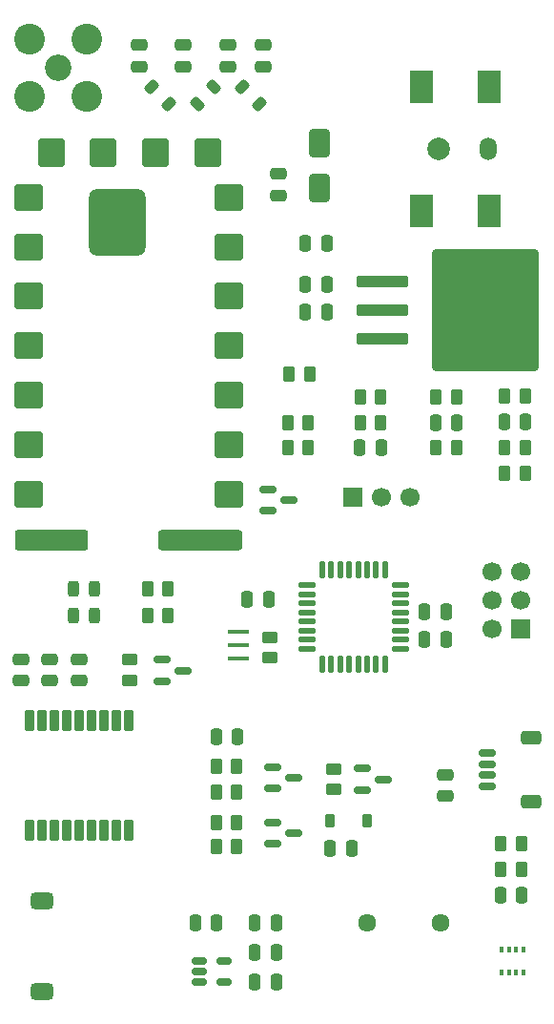
<source format=gbr>
%TF.GenerationSoftware,KiCad,Pcbnew,9.0.4*%
%TF.CreationDate,2025-08-21T19:00:16-05:00*%
%TF.ProjectId,ptFlex,7074466c-6578-42e6-9b69-6361645f7063,rev?*%
%TF.SameCoordinates,Original*%
%TF.FileFunction,Soldermask,Top*%
%TF.FilePolarity,Negative*%
%FSLAX46Y46*%
G04 Gerber Fmt 4.6, Leading zero omitted, Abs format (unit mm)*
G04 Created by KiCad (PCBNEW 9.0.4) date 2025-08-21 19:00:16*
%MOMM*%
%LPD*%
G01*
G04 APERTURE LIST*
G04 Aperture macros list*
%AMRoundRect*
0 Rectangle with rounded corners*
0 $1 Rounding radius*
0 $2 $3 $4 $5 $6 $7 $8 $9 X,Y pos of 4 corners*
0 Add a 4 corners polygon primitive as box body*
4,1,4,$2,$3,$4,$5,$6,$7,$8,$9,$2,$3,0*
0 Add four circle primitives for the rounded corners*
1,1,$1+$1,$2,$3*
1,1,$1+$1,$4,$5*
1,1,$1+$1,$6,$7*
1,1,$1+$1,$8,$9*
0 Add four rect primitives between the rounded corners*
20,1,$1+$1,$2,$3,$4,$5,0*
20,1,$1+$1,$4,$5,$6,$7,0*
20,1,$1+$1,$6,$7,$8,$9,0*
20,1,$1+$1,$8,$9,$2,$3,0*%
G04 Aperture macros list end*
%ADD10RoundRect,0.250000X0.262500X0.450000X-0.262500X0.450000X-0.262500X-0.450000X0.262500X-0.450000X0*%
%ADD11RoundRect,0.375000X0.625000X-0.375000X0.625000X0.375000X-0.625000X0.375000X-0.625000X-0.375000X0*%
%ADD12RoundRect,0.250000X-0.262500X-0.450000X0.262500X-0.450000X0.262500X0.450000X-0.262500X0.450000X0*%
%ADD13RoundRect,0.250000X0.250000X0.475000X-0.250000X0.475000X-0.250000X-0.475000X0.250000X-0.475000X0*%
%ADD14RoundRect,0.250000X-0.250000X-0.475000X0.250000X-0.475000X0.250000X0.475000X-0.250000X0.475000X0*%
%ADD15RoundRect,0.243750X-0.243750X-0.456250X0.243750X-0.456250X0.243750X0.456250X-0.243750X0.456250X0*%
%ADD16RoundRect,0.250000X-0.475000X0.250000X-0.475000X-0.250000X0.475000X-0.250000X0.475000X0.250000X0*%
%ADD17RoundRect,0.150000X-0.587500X-0.150000X0.587500X-0.150000X0.587500X0.150000X-0.587500X0.150000X0*%
%ADD18RoundRect,0.137500X-0.600000X-0.137500X0.600000X-0.137500X0.600000X0.137500X-0.600000X0.137500X0*%
%ADD19RoundRect,0.137500X-0.137500X-0.600000X0.137500X-0.600000X0.137500X0.600000X-0.137500X0.600000X0*%
%ADD20RoundRect,0.150000X-0.512500X-0.150000X0.512500X-0.150000X0.512500X0.150000X-0.512500X0.150000X0*%
%ADD21R,1.700000X1.700000*%
%ADD22C,1.700000*%
%ADD23RoundRect,0.250000X0.475000X-0.250000X0.475000X0.250000X-0.475000X0.250000X-0.475000X-0.250000X0*%
%ADD24RoundRect,0.250000X0.450000X-0.262500X0.450000X0.262500X-0.450000X0.262500X-0.450000X-0.262500X0*%
%ADD25RoundRect,0.115000X1.135000X1.035000X-1.135000X1.035000X-1.135000X-1.035000X1.135000X-1.035000X0*%
%ADD26RoundRect,0.115000X1.035000X1.135000X-1.035000X1.135000X-1.035000X-1.135000X1.035000X-1.135000X0*%
%ADD27RoundRect,0.270000X3.480000X0.630000X-3.480000X0.630000X-3.480000X-0.630000X3.480000X-0.630000X0*%
%ADD28RoundRect,0.270000X2.980000X0.630000X-2.980000X0.630000X-2.980000X-0.630000X2.980000X-0.630000X0*%
%ADD29RoundRect,0.750000X1.750000X2.250000X-1.750000X2.250000X-1.750000X-2.250000X1.750000X-2.250000X0*%
%ADD30RoundRect,0.080000X0.320000X-0.820000X0.320000X0.820000X-0.320000X0.820000X-0.320000X-0.820000X0*%
%ADD31RoundRect,0.218750X-0.114905X0.424264X-0.424264X0.114905X0.114905X-0.424264X0.424264X-0.114905X0*%
%ADD32RoundRect,0.250000X-0.450000X0.262500X-0.450000X-0.262500X0.450000X-0.262500X0.450000X0.262500X0*%
%ADD33C,1.612000*%
%ADD34RoundRect,0.250000X-2.050000X-0.300000X2.050000X-0.300000X2.050000X0.300000X-2.050000X0.300000X0*%
%ADD35RoundRect,0.250002X-4.449998X-5.149998X4.449998X-5.149998X4.449998X5.149998X-4.449998X5.149998X0*%
%ADD36RoundRect,0.218750X0.424264X0.114905X0.114905X0.424264X-0.424264X-0.114905X-0.114905X-0.424264X0*%
%ADD37C,2.340000*%
%ADD38C,2.740000*%
%ADD39R,1.900000X0.400000*%
%ADD40O,1.500000X2.000000*%
%ADD41C,2.000000*%
%ADD42R,2.000000X3.000000*%
%ADD43R,0.350000X0.500000*%
%ADD44RoundRect,0.225000X-0.225000X-0.375000X0.225000X-0.375000X0.225000X0.375000X-0.225000X0.375000X0*%
%ADD45RoundRect,0.250000X0.650000X-1.000000X0.650000X1.000000X-0.650000X1.000000X-0.650000X-1.000000X0*%
%ADD46RoundRect,0.150000X0.625000X-0.150000X0.625000X0.150000X-0.625000X0.150000X-0.625000X-0.150000X0*%
%ADD47RoundRect,0.250000X0.650000X-0.350000X0.650000X0.350000X-0.650000X0.350000X-0.650000X-0.350000X0*%
G04 APERTURE END LIST*
D10*
%TO.C,R11*%
X157508500Y-96146000D03*
X155683500Y-96146000D03*
%TD*%
D11*
%TO.C,ANT1*%
X120646000Y-136346000D03*
X120646000Y-144346000D03*
%TD*%
D12*
%TO.C,R14*%
X142487500Y-96100000D03*
X144312500Y-96100000D03*
%TD*%
%TO.C,R9*%
X161733500Y-98399333D03*
X163558500Y-98399333D03*
%TD*%
%TO.C,R20*%
X136133500Y-126646000D03*
X137958500Y-126646000D03*
%TD*%
D13*
%TO.C,C15*%
X138050000Y-121800000D03*
X136150000Y-121800000D03*
%TD*%
D14*
%TO.C,C10*%
X139596000Y-143546000D03*
X141496000Y-143546000D03*
%TD*%
D15*
%TO.C,D2*%
X123462500Y-111046000D03*
X125337500Y-111046000D03*
%TD*%
D12*
%TO.C,R18*%
X136133500Y-131546000D03*
X137958500Y-131546000D03*
%TD*%
D16*
%TO.C,C21*%
X140300000Y-60400000D03*
X140300000Y-62300000D03*
%TD*%
D13*
%TO.C,C18*%
X150796000Y-96139333D03*
X148896000Y-96139333D03*
%TD*%
%TO.C,C3*%
X145975000Y-81665000D03*
X144075000Y-81665000D03*
%TD*%
D12*
%TO.C,R12*%
X155683500Y-91646000D03*
X157508500Y-91646000D03*
%TD*%
%TO.C,R7*%
X161408500Y-133571000D03*
X163233500Y-133571000D03*
%TD*%
D17*
%TO.C,Q5*%
X141122526Y-124446000D03*
X141122526Y-126346000D03*
X142997526Y-125396000D03*
%TD*%
D18*
%TO.C,U3*%
X144183500Y-108346000D03*
X144183500Y-109146000D03*
X144183500Y-109946000D03*
X144183500Y-110746000D03*
X144183500Y-111546000D03*
X144183500Y-112346000D03*
X144183500Y-113146000D03*
X144183500Y-113946000D03*
D19*
X145546000Y-115308500D03*
X146346000Y-115308500D03*
X147146000Y-115308500D03*
X147946000Y-115308500D03*
X148746000Y-115308500D03*
X149546000Y-115308500D03*
X150346000Y-115308500D03*
X151146000Y-115308500D03*
D18*
X152508500Y-113946000D03*
X152508500Y-113146000D03*
X152508500Y-112346000D03*
X152508500Y-111546000D03*
X152508500Y-110746000D03*
X152508500Y-109946000D03*
X152508500Y-109146000D03*
X152508500Y-108346000D03*
D19*
X151146000Y-106983500D03*
X150346000Y-106983500D03*
X149546000Y-106983500D03*
X148746000Y-106983500D03*
X147946000Y-106983500D03*
X147146000Y-106983500D03*
X146346000Y-106983500D03*
X145546000Y-106983500D03*
%TD*%
D10*
%TO.C,R19*%
X137958500Y-129397526D03*
X136133500Y-129397526D03*
%TD*%
D13*
%TO.C,C1*%
X145975000Y-77965000D03*
X144075000Y-77965000D03*
%TD*%
D20*
%TO.C,U2*%
X134608500Y-141646000D03*
X134608500Y-142596000D03*
X134608500Y-143546000D03*
X136883500Y-143546000D03*
X136883500Y-141646000D03*
%TD*%
D14*
%TO.C,C2*%
X161696000Y-93846000D03*
X163596000Y-93846000D03*
%TD*%
D21*
%TO.C,J2*%
X148260000Y-100500000D03*
D22*
X150800000Y-100500000D03*
X153340000Y-100500000D03*
%TD*%
D23*
%TO.C,C14*%
X123946000Y-116808500D03*
X123946000Y-114908500D03*
%TD*%
D10*
%TO.C,R10*%
X150758500Y-91616000D03*
X148933500Y-91616000D03*
%TD*%
D24*
%TO.C,R5*%
X146583500Y-126458500D03*
X146583500Y-124633500D03*
%TD*%
D23*
%TO.C,C19*%
X118846000Y-116796000D03*
X118846000Y-114896000D03*
%TD*%
D13*
%TO.C,C8*%
X145975000Y-84065000D03*
X144075000Y-84065000D03*
%TD*%
D17*
%TO.C,Q3*%
X131333500Y-114958500D03*
X131333500Y-116858500D03*
X133208500Y-115908500D03*
%TD*%
D14*
%TO.C,C13*%
X161371000Y-135871000D03*
X163271000Y-135871000D03*
%TD*%
D25*
%TO.C,U5*%
X119500000Y-100300000D03*
X119500000Y-95900000D03*
X119500000Y-91500000D03*
X119500000Y-87100000D03*
X119500000Y-82700000D03*
X119500000Y-78300000D03*
X119500000Y-73900000D03*
D26*
X121500000Y-70000000D03*
X126133334Y-70000000D03*
X130766667Y-70000000D03*
X135400000Y-70000000D03*
D25*
X137300000Y-73900000D03*
X137300000Y-78300000D03*
X137300000Y-82700000D03*
X137300000Y-87100000D03*
X137300000Y-91500000D03*
X137300000Y-95900000D03*
X137300000Y-100300000D03*
D27*
X134750000Y-104350000D03*
D28*
X121500000Y-104350000D03*
D29*
X127400000Y-76100000D03*
%TD*%
D12*
%TO.C,R1*%
X161733500Y-91569333D03*
X163558500Y-91569333D03*
%TD*%
D14*
%TO.C,C11*%
X139596000Y-140896000D03*
X141496000Y-140896000D03*
%TD*%
D30*
%TO.C,U4*%
X128346000Y-120346000D03*
X127246000Y-120346000D03*
X126146000Y-120346000D03*
X125046000Y-120346000D03*
X123946000Y-120346000D03*
X122846000Y-120346000D03*
X121746000Y-120346000D03*
X120646000Y-120346000D03*
X119546000Y-120346000D03*
X119546000Y-130046000D03*
X120646000Y-130046000D03*
X121746000Y-130046000D03*
X122846000Y-130046000D03*
X123946000Y-130046000D03*
X125046000Y-130046000D03*
X126146000Y-130046000D03*
X127246000Y-130046000D03*
X128346000Y-130046000D03*
%TD*%
D31*
%TO.C,L2*%
X135951301Y-64098699D03*
X134448699Y-65601301D03*
%TD*%
D24*
%TO.C,R17*%
X128446000Y-116771000D03*
X128446000Y-114946000D03*
%TD*%
D16*
%TO.C,C23*%
X133200000Y-60400000D03*
X133200000Y-62300000D03*
%TD*%
D32*
%TO.C,R8*%
X140896000Y-112933500D03*
X140896000Y-114758500D03*
%TD*%
D16*
%TO.C,C24*%
X129300000Y-60400000D03*
X129300000Y-62300000D03*
%TD*%
D10*
%TO.C,R3*%
X131858500Y-111046000D03*
X130033500Y-111046000D03*
%TD*%
%TO.C,R2*%
X163558500Y-96122666D03*
X161733500Y-96122666D03*
%TD*%
%TO.C,R16*%
X144462500Y-89600000D03*
X142637500Y-89600000D03*
%TD*%
D14*
%TO.C,C12*%
X139596000Y-138246000D03*
X141496000Y-138246000D03*
%TD*%
%TO.C,C25*%
X154650000Y-110700000D03*
X156550000Y-110700000D03*
%TD*%
D17*
%TO.C,Q2*%
X140762500Y-99850000D03*
X140762500Y-101750000D03*
X142637500Y-100800000D03*
%TD*%
D33*
%TO.C,PZ1*%
X156050000Y-138300000D03*
X149550000Y-138300000D03*
%TD*%
D34*
%TO.C,U1*%
X150925000Y-81385000D03*
X150925000Y-83925000D03*
D35*
X160075000Y-83925000D03*
D34*
X150925000Y-86465000D03*
%TD*%
D14*
%TO.C,C9*%
X134296000Y-138246000D03*
X136196000Y-138246000D03*
%TD*%
%TO.C,C17*%
X155646000Y-93946000D03*
X157546000Y-93946000D03*
%TD*%
D10*
%TO.C,R21*%
X137958500Y-124396000D03*
X136133500Y-124396000D03*
%TD*%
D36*
%TO.C,L1*%
X139951301Y-65601301D03*
X138448699Y-64098699D03*
%TD*%
D37*
%TO.C,ANT2*%
X122140000Y-62460000D03*
D38*
X119600000Y-65000000D03*
X124680000Y-65000000D03*
X119600000Y-59920000D03*
X124680000Y-59920000D03*
%TD*%
D39*
%TO.C,Y1*%
X138146000Y-114846000D03*
X138146000Y-113646000D03*
X138146000Y-112446000D03*
%TD*%
D36*
%TO.C,L3*%
X131951301Y-65601301D03*
X130448699Y-64098699D03*
%TD*%
D40*
%TO.C,J1*%
X160300000Y-69600000D03*
D41*
X155900000Y-69600000D03*
D42*
X160400000Y-75100000D03*
X154400000Y-75100000D03*
X154400000Y-64100000D03*
X160400000Y-64100000D03*
%TD*%
D16*
%TO.C,C4*%
X141700000Y-71850000D03*
X141700000Y-73750000D03*
%TD*%
D14*
%TO.C,C7*%
X146250000Y-131700000D03*
X148150000Y-131700000D03*
%TD*%
D10*
%TO.C,R4*%
X131858500Y-108646000D03*
X130033500Y-108646000D03*
%TD*%
D21*
%TO.C,J4*%
X163200000Y-112240000D03*
D22*
X160660000Y-112240000D03*
X163200000Y-109700000D03*
X160660000Y-109700000D03*
X163200000Y-107160000D03*
X160660000Y-107160000D03*
%TD*%
D15*
%TO.C,D3*%
X123462500Y-108646000D03*
X125337500Y-108646000D03*
%TD*%
D43*
%TO.C,U6*%
X161471000Y-140621000D03*
X162121000Y-140621000D03*
X162771000Y-140621000D03*
X163421000Y-140621000D03*
X163421000Y-142671000D03*
X162771000Y-142671000D03*
X162121000Y-142671000D03*
X161471000Y-142671000D03*
%TD*%
D14*
%TO.C,C5*%
X154650000Y-113100000D03*
X156550000Y-113100000D03*
%TD*%
D12*
%TO.C,R13*%
X148933500Y-93922667D03*
X150758500Y-93922667D03*
%TD*%
%TO.C,R6*%
X161408500Y-131271000D03*
X163233500Y-131271000D03*
%TD*%
%TO.C,R15*%
X142487500Y-93900000D03*
X144312500Y-93900000D03*
%TD*%
D13*
%TO.C,C6*%
X140796000Y-109596000D03*
X138896000Y-109596000D03*
%TD*%
D44*
%TO.C,D4*%
X146233500Y-129246000D03*
X149533500Y-129246000D03*
%TD*%
D45*
%TO.C,D1*%
X145300000Y-73100000D03*
X145300000Y-69100000D03*
%TD*%
D17*
%TO.C,Q4*%
X141122526Y-129397526D03*
X141122526Y-131297526D03*
X142997526Y-130347526D03*
%TD*%
D16*
%TO.C,C16*%
X156500000Y-125150000D03*
X156500000Y-127050000D03*
%TD*%
%TO.C,C22*%
X137200000Y-60400000D03*
X137200000Y-62300000D03*
%TD*%
D17*
%TO.C,Q1*%
X149108500Y-124596000D03*
X149108500Y-126496000D03*
X150983500Y-125546000D03*
%TD*%
D46*
%TO.C,J3*%
X160200000Y-126200000D03*
X160200000Y-125200000D03*
X160200000Y-124200000D03*
X160200000Y-123200000D03*
D47*
X164075000Y-127500000D03*
X164075000Y-121900000D03*
%TD*%
D23*
%TO.C,C20*%
X121346000Y-116808500D03*
X121346000Y-114908500D03*
%TD*%
M02*

</source>
